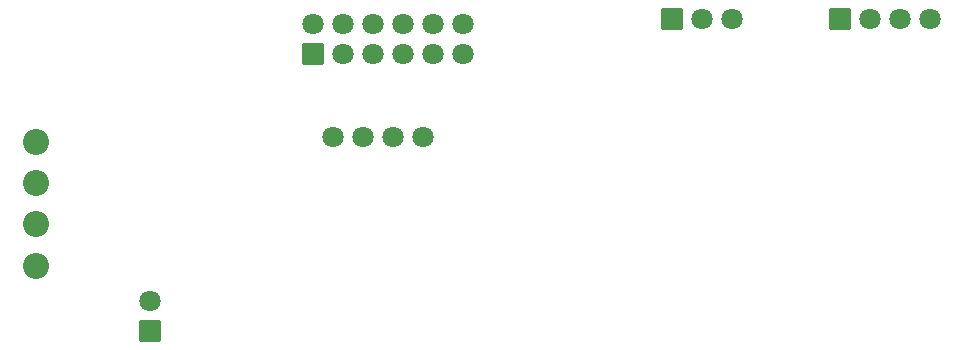
<source format=gbs>
G04 Layer: BottomSolderMaskLayer*
G04 EasyEDA Pro v2.1.33.40dfc3d9.d6468c, 2023-10-26 17:41:14*
G04 Gerber Generator version 0.3*
G04 Scale: 100 percent, Rotated: No, Reflected: No*
G04 Dimensions in millimeters*
G04 Leading zeros omitted, absolute positions, 3 integers and 3 decimals*
%FSLAX33Y33*%
%MOMM*%
%AMRoundRect*1,1,$1,$2,$3*1,1,$1,$4,$5*1,1,$1,0-$2,0-$3*1,1,$1,0-$4,0-$5*20,1,$1,$2,$3,$4,$5,0*20,1,$1,$4,$5,0-$2,0-$3,0*20,1,$1,0-$2,0-$3,0-$4,0-$5,0*20,1,$1,0-$4,0-$5,$2,$3,0*4,1,4,$2,$3,$4,$5,0-$2,0-$3,0-$4,0-$5,$2,$3,0*%
%ADD10RoundRect,0.096X-0.853X-0.853X-0.853X0.853*%
%ADD11C,1.802*%
%ADD12RoundRect,0.096X-0.853X0.853X0.853X0.853*%
%ADD13C,2.202*%
G75*


G04 Pad Start*
G54D10*
G01X12065Y-31115D03*
G54D11*
G01X12065Y-28575D03*
G54D12*
G01X70485Y-4699D03*
G54D11*
G01X73025Y-4699D03*
G01X75565Y-4699D03*
G01X78105Y-4699D03*
G54D12*
G01X56261Y-4699D03*
G54D11*
G01X58801Y-4699D03*
G01X61341Y-4699D03*
G54D12*
G01X25908Y-7620D03*
G54D11*
G01X25908Y-5080D03*
G01X28448Y-7620D03*
G01X28448Y-5080D03*
G01X30988Y-7620D03*
G01X30988Y-5080D03*
G01X33528Y-7620D03*
G01X33528Y-5080D03*
G01X36068Y-7620D03*
G01X36068Y-5080D03*
G01X38608Y-7620D03*
G01X38608Y-5080D03*
G54D13*
G01X2413Y-15070D03*
G01X2413Y-18570D03*
G01X2413Y-22070D03*
G01X2413Y-25570D03*
G54D11*
G01X27563Y-14712D03*
G01X30103Y-14712D03*
G01X32643Y-14712D03*
G01X35183Y-14712D03*
G04 Pad End*

M02*

</source>
